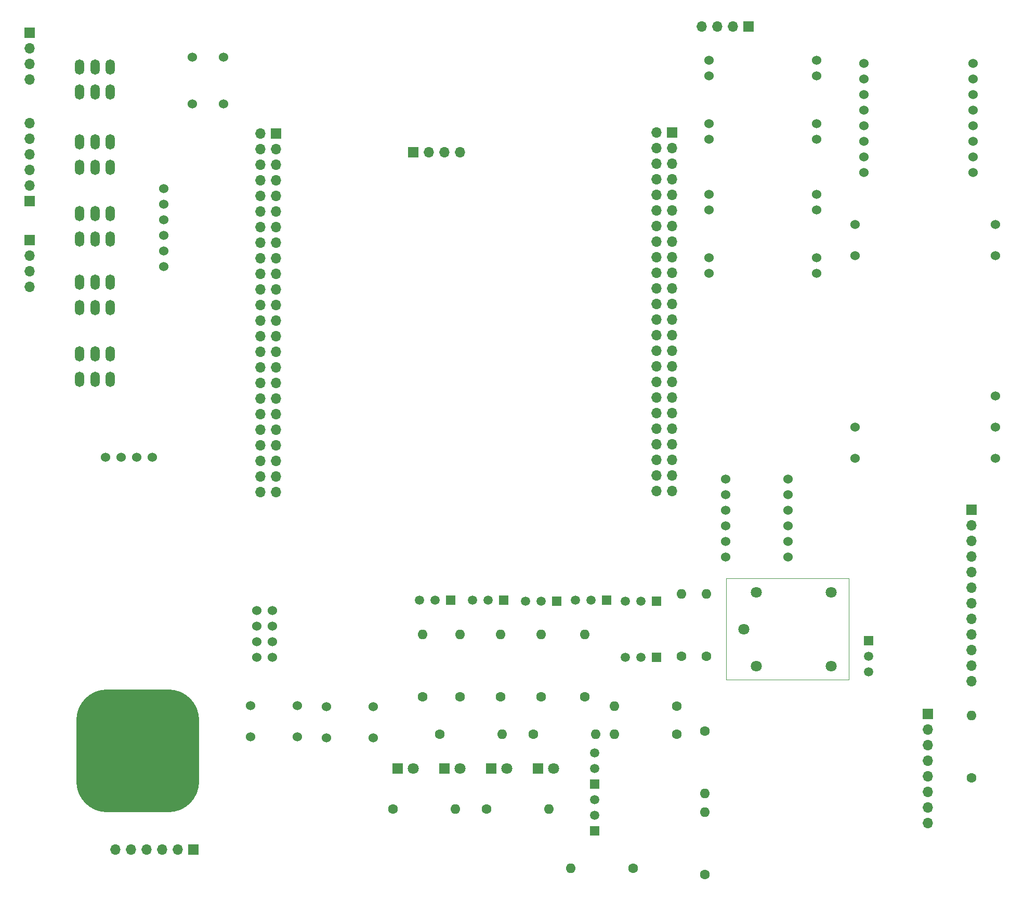
<source format=gbr>
%TF.GenerationSoftware,KiCad,Pcbnew,(6.0.5)*%
%TF.CreationDate,2022-10-04T16:53:02+09:00*%
%TF.ProjectId,DASHBOARD,44415348-424f-4415-9244-2e6b69636164,rev?*%
%TF.SameCoordinates,Original*%
%TF.FileFunction,Soldermask,Top*%
%TF.FilePolarity,Negative*%
%FSLAX46Y46*%
G04 Gerber Fmt 4.6, Leading zero omitted, Abs format (unit mm)*
G04 Created by KiCad (PCBNEW (6.0.5)) date 2022-10-04 16:53:02*
%MOMM*%
%LPD*%
G01*
G04 APERTURE LIST*
G04 Aperture macros list*
%AMRoundRect*
0 Rectangle with rounded corners*
0 $1 Rounding radius*
0 $2 $3 $4 $5 $6 $7 $8 $9 X,Y pos of 4 corners*
0 Add a 4 corners polygon primitive as box body*
4,1,4,$2,$3,$4,$5,$6,$7,$8,$9,$2,$3,0*
0 Add four circle primitives for the rounded corners*
1,1,$1+$1,$2,$3*
1,1,$1+$1,$4,$5*
1,1,$1+$1,$6,$7*
1,1,$1+$1,$8,$9*
0 Add four rect primitives between the rounded corners*
20,1,$1+$1,$2,$3,$4,$5,0*
20,1,$1+$1,$4,$5,$6,$7,0*
20,1,$1+$1,$6,$7,$8,$9,0*
20,1,$1+$1,$8,$9,$2,$3,0*%
G04 Aperture macros list end*
%ADD10C,0.120000*%
%ADD11C,1.600000*%
%ADD12O,1.600000X1.600000*%
%ADD13R,1.500000X1.500000*%
%ADD14C,1.500000*%
%ADD15R,1.800000X1.800000*%
%ADD16C,1.800000*%
%ADD17R,1.700000X1.700000*%
%ADD18O,1.700000X1.700000*%
%ADD19C,1.524000*%
%ADD20O,1.500000X2.500000*%
%ADD21RoundRect,5.000000X5.000000X5.000000X-5.000000X5.000000X-5.000000X-5.000000X5.000000X-5.000000X0*%
G04 APERTURE END LIST*
D10*
%TO.C,K1*%
X208948000Y-160745500D02*
X228948000Y-160745500D01*
X228948000Y-160745500D02*
X228948000Y-177245500D01*
X228948000Y-177245500D02*
X208948000Y-177245500D01*
X208948000Y-177245500D02*
X208948000Y-160745500D01*
%TD*%
D11*
%TO.C,R16*%
X200919000Y-181565500D03*
D12*
X190759000Y-181565500D03*
%TD*%
D13*
%TO.C,Q7*%
X197612000Y-173585500D03*
D14*
X195072000Y-173585500D03*
X192532000Y-173585500D03*
%TD*%
D15*
%TO.C,D1*%
X178308000Y-191725500D03*
D16*
X180848000Y-191725500D03*
%TD*%
D17*
%TO.C,J5*%
X241808000Y-182850500D03*
D18*
X241808000Y-185390500D03*
X241808000Y-187930500D03*
X241808000Y-190470500D03*
X241808000Y-193010500D03*
X241808000Y-195550500D03*
X241808000Y-198090500D03*
X241808000Y-200630500D03*
%TD*%
D19*
%TO.C,U6*%
X219005400Y-144526200D03*
X219005400Y-147066200D03*
X219005400Y-149606200D03*
X219005400Y-152146200D03*
X219005400Y-154686200D03*
X219005400Y-157226200D03*
X208845400Y-144526200D03*
X208845400Y-147066200D03*
X208845400Y-149606200D03*
X208845400Y-152146200D03*
X208845400Y-154686200D03*
X208845400Y-157226200D03*
%TD*%
D11*
%TO.C,R3*%
X201676000Y-173437500D03*
D12*
X201676000Y-163277500D03*
%TD*%
D11*
%TO.C,R15*%
X205491000Y-185629500D03*
D12*
X205491000Y-195789500D03*
%TD*%
D13*
%TO.C,Q9*%
X187563000Y-194265500D03*
D14*
X187563000Y-191725500D03*
X187563000Y-189185500D03*
%TD*%
D20*
%TO.C,SW7*%
X103672000Y-77381000D03*
X106172000Y-77381000D03*
X108672000Y-77381000D03*
X103672000Y-81481000D03*
X106172000Y-81481000D03*
X108672000Y-81481000D03*
%TD*%
D13*
%TO.C,Q8*%
X187563000Y-201885500D03*
D14*
X187563000Y-199345500D03*
X187563000Y-196805500D03*
%TD*%
D13*
%TO.C,Q6*%
X189484000Y-164293500D03*
D14*
X186944000Y-164293500D03*
X184404000Y-164293500D03*
%TD*%
D11*
%TO.C,R7*%
X154691000Y-198329500D03*
D12*
X164851000Y-198329500D03*
%TD*%
D13*
%TO.C,Q5*%
X197612000Y-164441500D03*
D14*
X195072000Y-164441500D03*
X192532000Y-164441500D03*
%TD*%
D11*
%TO.C,R14*%
X193807000Y-207981500D03*
D12*
X183647000Y-207981500D03*
%TD*%
D13*
%TO.C,Q1*%
X172720000Y-164293500D03*
D14*
X170180000Y-164293500D03*
X167640000Y-164293500D03*
%TD*%
D15*
%TO.C,D2*%
X170688000Y-191725500D03*
D16*
X173228000Y-191725500D03*
%TD*%
D21*
%TO.C,AE1*%
X113142500Y-188806300D03*
X113142500Y-188806300D03*
%TD*%
D19*
%TO.C,U4*%
X223727300Y-76313600D03*
X223727300Y-78853600D03*
X223727300Y-86673600D03*
X223727300Y-89213600D03*
X206127300Y-76313600D03*
X206127300Y-78853600D03*
X206127300Y-86673600D03*
X206127300Y-89213600D03*
%TD*%
%TO.C,U3*%
X117361300Y-109945800D03*
X117361300Y-107405800D03*
X117361300Y-104865800D03*
X117361300Y-102325800D03*
X117361300Y-99785800D03*
X117361300Y-97245800D03*
%TD*%
D11*
%TO.C,R10*%
X159512000Y-180041500D03*
D12*
X159512000Y-169881500D03*
%TD*%
D16*
%TO.C,K1*%
X226048000Y-174995500D03*
X213848000Y-174995500D03*
X213848000Y-162995500D03*
X211848000Y-168995500D03*
X226048000Y-162995500D03*
%TD*%
D11*
%TO.C,R4*%
X177551000Y-186137500D03*
D12*
X187711000Y-186137500D03*
%TD*%
D11*
%TO.C,R12*%
X178816000Y-180041500D03*
D12*
X178816000Y-169881500D03*
%TD*%
D11*
%TO.C,R11*%
X185928000Y-180041500D03*
D12*
X185928000Y-169881500D03*
%TD*%
D19*
%TO.C,SW3*%
X121989600Y-75819200D03*
X127069600Y-75819200D03*
X127069600Y-83439200D03*
X121989600Y-83439200D03*
%TD*%
D20*
%TO.C,SW6*%
X103672000Y-112477500D03*
X106172000Y-112477500D03*
X108672000Y-112477500D03*
X103672000Y-116577500D03*
X106172000Y-116577500D03*
X108672000Y-116577500D03*
%TD*%
D15*
%TO.C,D4*%
X155448000Y-191725500D03*
D16*
X157988000Y-191725500D03*
%TD*%
D13*
%TO.C,Q3*%
X181356000Y-164441500D03*
D14*
X178816000Y-164441500D03*
X176276000Y-164441500D03*
%TD*%
D17*
%TO.C,J4*%
X212588000Y-70821500D03*
D18*
X210048000Y-70821500D03*
X207508000Y-70821500D03*
X204968000Y-70821500D03*
%TD*%
D19*
%TO.C,SW1*%
X131489700Y-186575900D03*
X131489700Y-181495900D03*
X139109700Y-181495900D03*
X139109700Y-186575900D03*
%TD*%
%TO.C,SW2*%
X151466300Y-186715100D03*
X151466300Y-181635100D03*
X143846300Y-186715100D03*
X143846300Y-181635100D03*
%TD*%
D11*
%TO.C,R6*%
X162311000Y-186137500D03*
D12*
X172471000Y-186137500D03*
%TD*%
D11*
%TO.C,R8*%
X165608000Y-180041500D03*
D12*
X165608000Y-169881500D03*
%TD*%
D11*
%TO.C,R5*%
X169931000Y-198329500D03*
D12*
X180091000Y-198329500D03*
%TD*%
D20*
%TO.C,SW4*%
X103672000Y-101301500D03*
X106172000Y-101301500D03*
X108672000Y-101301500D03*
X103672000Y-105401500D03*
X106172000Y-105401500D03*
X108672000Y-105401500D03*
%TD*%
D19*
%TO.C,U8*%
X107907200Y-141012900D03*
X110447200Y-141012900D03*
X112987200Y-141012900D03*
X115527200Y-141012900D03*
%TD*%
D15*
%TO.C,D3*%
X163068000Y-191725500D03*
D16*
X165608000Y-191725500D03*
%TD*%
D19*
%TO.C,U5*%
X223727300Y-100697600D03*
X223727300Y-98157600D03*
X223727300Y-108517600D03*
X223727300Y-111057600D03*
X206127300Y-100697600D03*
X206127300Y-98157600D03*
X206127300Y-111057600D03*
X206127300Y-108517600D03*
%TD*%
D18*
%TO.C,U1*%
X197599000Y-90578500D03*
X197599000Y-88038500D03*
X200139000Y-90578500D03*
D17*
X135649000Y-88238500D03*
D18*
X133109000Y-88238500D03*
X135649000Y-90778500D03*
X133109000Y-90778500D03*
X200139000Y-93118500D03*
X133109000Y-93318500D03*
X197599000Y-93118500D03*
X135649000Y-95858500D03*
X200139000Y-95658500D03*
X133109000Y-95858500D03*
X197599000Y-95658500D03*
X200139000Y-98198500D03*
X135649000Y-98398500D03*
X133109000Y-98398500D03*
X197599000Y-98198500D03*
X200139000Y-100738500D03*
X135649000Y-100938500D03*
X133109000Y-100938500D03*
X197599000Y-100738500D03*
X200139000Y-103278500D03*
X135649000Y-103478500D03*
X197599000Y-103278500D03*
X133109000Y-103478500D03*
X200139000Y-105818500D03*
X197599000Y-105818500D03*
X200139000Y-108358500D03*
X135649000Y-108558500D03*
X197599000Y-108358500D03*
X133109000Y-108558500D03*
X200139000Y-110898500D03*
X197599000Y-110898500D03*
X200139000Y-113438500D03*
X197599000Y-113438500D03*
X200139000Y-115978500D03*
X197599000Y-115978500D03*
X200139000Y-118518500D03*
X197599000Y-118518500D03*
X200139000Y-121058500D03*
X135649000Y-121258500D03*
X197599000Y-121058500D03*
X133109000Y-121258500D03*
X135649000Y-123798500D03*
X133109000Y-123798500D03*
X200139000Y-123598500D03*
X135649000Y-126338500D03*
X200139000Y-126138500D03*
X197599000Y-126138500D03*
X197599000Y-123598500D03*
X133109000Y-126338500D03*
X200139000Y-128678500D03*
X197599000Y-128678500D03*
X133109000Y-128878500D03*
X135649000Y-131418500D03*
X200139000Y-131218500D03*
X197599000Y-131218500D03*
X200139000Y-133758500D03*
X135649000Y-133958500D03*
X197599000Y-133758500D03*
X200139000Y-136298500D03*
X197599000Y-136298500D03*
X133109000Y-136498500D03*
X200139000Y-138838500D03*
X197599000Y-138838500D03*
X200139000Y-141378500D03*
X135649000Y-144118500D03*
X197599000Y-141378500D03*
X133109000Y-146658500D03*
X200139000Y-143918500D03*
X197599000Y-143918500D03*
X200139000Y-146458500D03*
X135649000Y-146658500D03*
X133109000Y-144118500D03*
X133109000Y-141578500D03*
X135649000Y-141578500D03*
X133109000Y-139038500D03*
X135649000Y-139038500D03*
X135649000Y-136498500D03*
X133109000Y-133958500D03*
X133109000Y-131418500D03*
X135649000Y-128878500D03*
X197599000Y-146458500D03*
X133109000Y-118718500D03*
X135649000Y-118718500D03*
X133109000Y-116178500D03*
X135649000Y-116178500D03*
X133109000Y-113638500D03*
X135649000Y-113638500D03*
X133109000Y-111098500D03*
X135649000Y-111098500D03*
X133109000Y-106018500D03*
X135649000Y-106018500D03*
X135649000Y-93318500D03*
D17*
X200139000Y-88038500D03*
X157949000Y-91328500D03*
D18*
X160489000Y-91328500D03*
X163029000Y-91328500D03*
X165569000Y-91328500D03*
%TD*%
D19*
%TO.C,U7*%
X249167900Y-94596900D03*
X249167900Y-92056900D03*
X249167900Y-89516900D03*
X249167900Y-86976900D03*
X249167900Y-84436900D03*
X249167900Y-81896900D03*
X249167900Y-79356900D03*
X249167900Y-76816900D03*
X231387900Y-76816900D03*
X231387900Y-79356900D03*
X231387900Y-81896900D03*
X231387900Y-84436900D03*
X231387900Y-86976900D03*
X231387900Y-89516900D03*
X231387900Y-92056900D03*
X231387900Y-94596900D03*
%TD*%
%TO.C,U9*%
X229927400Y-141148000D03*
X229927400Y-136068000D03*
X229927400Y-108128000D03*
X229927400Y-103048000D03*
X252787400Y-103048000D03*
X252787400Y-108128000D03*
X252787400Y-130988000D03*
X252787400Y-136068000D03*
X252787400Y-141148000D03*
%TD*%
D11*
%TO.C,R17*%
X200919000Y-186137500D03*
D12*
X190759000Y-186137500D03*
%TD*%
D17*
%TO.C,J7*%
X248920000Y-149561500D03*
D18*
X248920000Y-152101500D03*
X248920000Y-154641500D03*
X248920000Y-157181500D03*
X248920000Y-159721500D03*
X248920000Y-162261500D03*
X248920000Y-164801500D03*
X248920000Y-167341500D03*
X248920000Y-169881500D03*
X248920000Y-172421500D03*
X248920000Y-174961500D03*
X248920000Y-177501500D03*
%TD*%
D11*
%TO.C,R9*%
X172212000Y-180041500D03*
D12*
X172212000Y-169881500D03*
%TD*%
D11*
%TO.C,R1*%
X205740000Y-173437500D03*
D12*
X205740000Y-163277500D03*
%TD*%
D19*
%TO.C,U2*%
X132545600Y-165941500D03*
X135085600Y-165941500D03*
X132545600Y-168481500D03*
X135085600Y-168481500D03*
X132545600Y-171021500D03*
X135085600Y-171021500D03*
X132545600Y-173561500D03*
X135085600Y-173561500D03*
%TD*%
D13*
%TO.C,Q2*%
X232156000Y-170897500D03*
D14*
X232156000Y-173437500D03*
X232156000Y-175977500D03*
%TD*%
D11*
%TO.C,R2*%
X248920000Y-193249500D03*
D12*
X248920000Y-183089500D03*
%TD*%
D20*
%TO.C,SW8*%
X103672000Y-124161500D03*
X106172000Y-124161500D03*
X108672000Y-124161500D03*
X103672000Y-128261500D03*
X106172000Y-128261500D03*
X108672000Y-128261500D03*
%TD*%
D17*
%TO.C,J3*%
X95504000Y-99269500D03*
D18*
X95504000Y-96729500D03*
X95504000Y-94189500D03*
X95504000Y-91649500D03*
X95504000Y-89109500D03*
X95504000Y-86569500D03*
%TD*%
D17*
%TO.C,J2*%
X95504000Y-71837500D03*
D18*
X95504000Y-74377500D03*
X95504000Y-76917500D03*
X95504000Y-79457500D03*
%TD*%
D17*
%TO.C,J6*%
X95504000Y-105619500D03*
D18*
X95504000Y-108159500D03*
X95504000Y-110699500D03*
X95504000Y-113239500D03*
%TD*%
D20*
%TO.C,SW5*%
X103672000Y-89617500D03*
X106172000Y-89617500D03*
X108672000Y-89617500D03*
X103672000Y-93717500D03*
X106172000Y-93717500D03*
X108672000Y-93717500D03*
%TD*%
D13*
%TO.C,Q4*%
X164084000Y-164293500D03*
D14*
X161544000Y-164293500D03*
X159004000Y-164293500D03*
%TD*%
D11*
%TO.C,R13*%
X205491000Y-208997500D03*
D12*
X205491000Y-198837500D03*
%TD*%
D17*
%TO.C,J1*%
X122174000Y-204933500D03*
D18*
X119634000Y-204933500D03*
X117094000Y-204933500D03*
X114554000Y-204933500D03*
X112014000Y-204933500D03*
X109474000Y-204933500D03*
%TD*%
M02*

</source>
